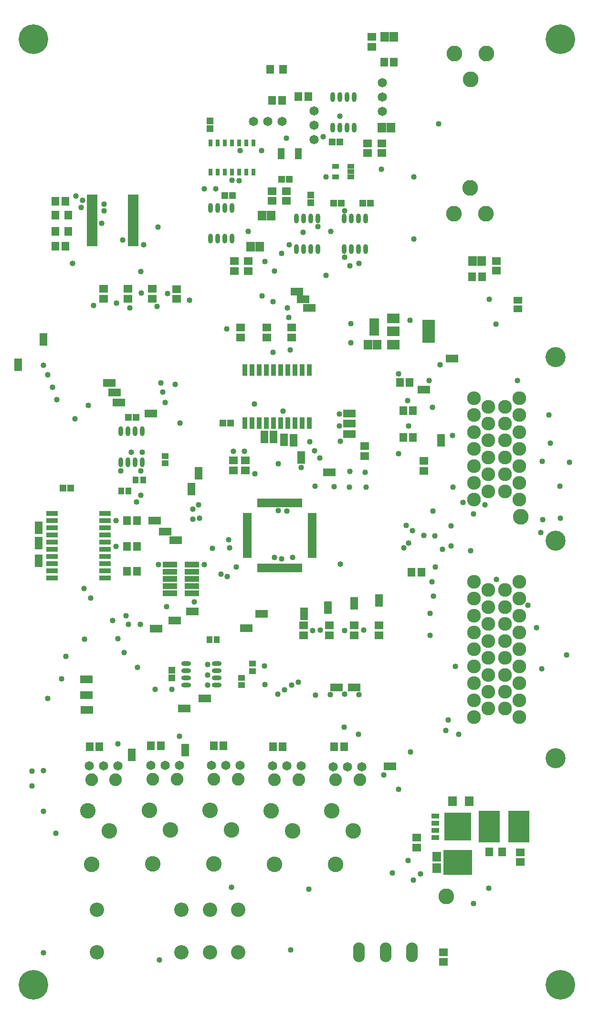
<source format=gts>
G04*
G04 #@! TF.GenerationSoftware,Altium Limited,Altium Designer,18.1.9 (240)*
G04*
G04 Layer_Color=8388736*
%FSLAX25Y25*%
%MOIN*%
G70*
G01*
G75*
%ADD49R,0.20291X0.17339*%
%ADD50R,0.06118X0.06709*%
%ADD51R,0.05528X0.06315*%
%ADD52R,0.09071X0.05528*%
%ADD53R,0.05528X0.09071*%
%ADD54R,0.06315X0.05528*%
%ADD55R,0.05921X0.04740*%
%ADD56R,0.06118X0.06512*%
%ADD57R,0.07890X0.03559*%
%ADD58O,0.06709X0.03362*%
%ADD59R,0.04347X0.04740*%
%ADD60R,0.04740X0.04347*%
%ADD61R,0.04937X0.04543*%
%ADD62R,0.04543X0.04937*%
%ADD63O,0.03362X0.06709*%
%ADD64R,0.07496X0.02929*%
%ADD65R,0.05331X0.06118*%
%ADD66R,0.06315X0.02181*%
%ADD67R,0.02181X0.06315*%
%ADD68R,0.02653X0.04500*%
%ADD69R,0.08874X0.15961*%
%ADD70R,0.08874X0.06906*%
%ADD71R,0.06512X0.06118*%
%ADD72R,0.04543X0.02181*%
%ADD73R,0.04937X0.03362*%
%ADD74R,0.05528X0.03756*%
%ADD75R,0.19110X0.19504*%
%ADD76R,0.06315X0.06709*%
%ADD77R,0.14780X0.22457*%
%ADD78R,0.10449X0.03992*%
%ADD79R,0.03559X0.07890*%
%ADD80C,0.20685*%
%ADD81C,0.11000*%
%ADD82C,0.06512*%
%ADD83C,0.13992*%
%ADD84C,0.09661*%
%ADD85C,0.10055*%
%ADD86C,0.10843*%
%ADD87C,0.08874*%
%ADD88O,0.08087X0.13795*%
%ADD89C,0.04000*%
D49*
X613484Y122835D02*
D03*
D50*
X598890Y118835D02*
D03*
Y126835D02*
D03*
D51*
X572933Y457480D02*
D03*
X579823D02*
D03*
X581102Y325197D02*
D03*
X587992D02*
D03*
X332382Y583858D02*
D03*
X339272D02*
D03*
X332382Y552362D02*
D03*
X339272D02*
D03*
X575295Y437795D02*
D03*
X582185D02*
D03*
X575295Y418898D02*
D03*
X582185D02*
D03*
X382480Y361024D02*
D03*
X389370D02*
D03*
X382480Y342913D02*
D03*
X389370D02*
D03*
X382480Y325590D02*
D03*
X389370D02*
D03*
X483819Y653937D02*
D03*
X490709D02*
D03*
X508957Y656693D02*
D03*
X502067D02*
D03*
X568898Y680709D02*
D03*
X562008D02*
D03*
X623524Y530998D02*
D03*
X630413D02*
D03*
X356299Y203543D02*
D03*
X363189D02*
D03*
X399016Y203937D02*
D03*
X405905D02*
D03*
X443012D02*
D03*
X449902D02*
D03*
X527165Y203543D02*
D03*
X534055D02*
D03*
X484252Y203543D02*
D03*
X491142D02*
D03*
D52*
X609449Y474016D02*
D03*
X589764Y452362D02*
D03*
X537795Y435827D02*
D03*
Y428740D02*
D03*
Y421260D02*
D03*
X427953Y297638D02*
D03*
X354331Y229134D02*
D03*
X354035Y239370D02*
D03*
X415748Y291339D02*
D03*
X353937Y250394D02*
D03*
X402756Y285827D02*
D03*
X401575Y361024D02*
D03*
X409055Y353543D02*
D03*
X416535Y347244D02*
D03*
X540965Y244882D02*
D03*
X528740D02*
D03*
X436614Y237008D02*
D03*
X422441Y229921D02*
D03*
X523622Y394882D02*
D03*
X501181Y520866D02*
D03*
X370079Y457087D02*
D03*
X373622Y450394D02*
D03*
X505512Y515354D02*
D03*
X376772Y443307D02*
D03*
X509842Y509449D02*
D03*
X399213Y435827D02*
D03*
X566142Y189764D02*
D03*
X476526Y296211D02*
D03*
X465748Y286200D02*
D03*
D53*
X601575Y416929D02*
D03*
X320728Y345276D02*
D03*
X320768Y356201D02*
D03*
Y333071D02*
D03*
X492028Y417323D02*
D03*
X558268Y305512D02*
D03*
X540945Y303504D02*
D03*
X522835Y300394D02*
D03*
X505905Y296063D02*
D03*
X306299Y469685D02*
D03*
X423228Y201181D02*
D03*
X478346Y419291D02*
D03*
X385827Y197638D02*
D03*
X484646Y419291D02*
D03*
X498819Y416929D02*
D03*
X324016Y487402D02*
D03*
X503937Y405118D02*
D03*
X432283Y394094D02*
D03*
X427559Y383071D02*
D03*
D54*
X589764Y402658D02*
D03*
Y395768D02*
D03*
X603543Y53248D02*
D03*
Y60138D02*
D03*
X456693Y403051D02*
D03*
Y396161D02*
D03*
X464961Y403051D02*
D03*
Y396161D02*
D03*
X461811Y495571D02*
D03*
Y488681D02*
D03*
X479921Y495571D02*
D03*
Y488681D02*
D03*
X497244Y495571D02*
D03*
Y488681D02*
D03*
X366142Y515846D02*
D03*
Y522736D02*
D03*
X383071Y515846D02*
D03*
Y522736D02*
D03*
X400000Y515846D02*
D03*
Y522736D02*
D03*
X417126Y515650D02*
D03*
Y522539D02*
D03*
X548425Y412992D02*
D03*
Y406102D02*
D03*
X505768Y281201D02*
D03*
Y288090D02*
D03*
X523622Y281201D02*
D03*
Y288090D02*
D03*
X540945Y281201D02*
D03*
Y288090D02*
D03*
X558268D02*
D03*
Y281201D02*
D03*
X553248Y698425D02*
D03*
Y691535D02*
D03*
X640354Y542121D02*
D03*
Y535231D02*
D03*
X560374Y617224D02*
D03*
Y624114D02*
D03*
X550531D02*
D03*
Y617224D02*
D03*
X467185Y542028D02*
D03*
Y535138D02*
D03*
X457342D02*
D03*
Y542028D02*
D03*
X483858Y583957D02*
D03*
Y590846D02*
D03*
X493701D02*
D03*
Y583957D02*
D03*
X657185Y122933D02*
D03*
Y129823D02*
D03*
X584744Y133169D02*
D03*
Y140059D02*
D03*
D55*
X655512Y514831D02*
D03*
Y508728D02*
D03*
D56*
X483071Y573622D02*
D03*
X476772D02*
D03*
X550787Y483681D02*
D03*
X557087D02*
D03*
X568602Y698524D02*
D03*
X562303D02*
D03*
X560374Y635079D02*
D03*
X566673D02*
D03*
X475039Y552185D02*
D03*
X468740D02*
D03*
X630118Y542219D02*
D03*
X623819D02*
D03*
D57*
X330118Y366201D02*
D03*
Y361201D02*
D03*
Y356201D02*
D03*
Y351201D02*
D03*
Y346201D02*
D03*
Y341201D02*
D03*
Y336201D02*
D03*
Y331201D02*
D03*
Y326201D02*
D03*
Y321201D02*
D03*
X366929Y366201D02*
D03*
Y361201D02*
D03*
Y356201D02*
D03*
Y351201D02*
D03*
Y346201D02*
D03*
Y341201D02*
D03*
Y336201D02*
D03*
Y331201D02*
D03*
Y326201D02*
D03*
Y321201D02*
D03*
D58*
X445077Y246437D02*
D03*
Y251437D02*
D03*
Y256437D02*
D03*
Y261437D02*
D03*
X423620Y246437D02*
D03*
Y251437D02*
D03*
Y256437D02*
D03*
Y261437D02*
D03*
D59*
X440059Y277953D02*
D03*
X445177D02*
D03*
X383366Y381693D02*
D03*
X378248D02*
D03*
X393602Y389370D02*
D03*
X388484D02*
D03*
D60*
X470177Y261221D02*
D03*
Y256102D02*
D03*
X462303Y251378D02*
D03*
Y246260D02*
D03*
X409154Y406102D02*
D03*
Y400984D02*
D03*
D61*
X413878Y251279D02*
D03*
Y256594D02*
D03*
X440551Y639665D02*
D03*
Y634350D02*
D03*
X510630Y588091D02*
D03*
Y582776D02*
D03*
D62*
X383268Y433071D02*
D03*
X388583D02*
D03*
X337894Y383661D02*
D03*
X343209D02*
D03*
X449311Y429134D02*
D03*
X454626D02*
D03*
X495571Y599213D02*
D03*
X490256D02*
D03*
X532185Y582283D02*
D03*
X526870D02*
D03*
X456201Y587795D02*
D03*
X450886D02*
D03*
X525689Y625197D02*
D03*
X531004D02*
D03*
X552264Y582283D02*
D03*
X546949D02*
D03*
D63*
X378229Y401772D02*
D03*
X383229D02*
D03*
X388229D02*
D03*
X393229D02*
D03*
X378229Y423228D02*
D03*
X383229D02*
D03*
X388229D02*
D03*
X393229D02*
D03*
X534232Y550295D02*
D03*
X539232D02*
D03*
X544232D02*
D03*
X549232D02*
D03*
X534232Y571752D02*
D03*
X539232D02*
D03*
X544232D02*
D03*
X549232D02*
D03*
X540965Y656398D02*
D03*
X535965D02*
D03*
X530965D02*
D03*
X525965D02*
D03*
X540965Y634941D02*
D03*
X535965D02*
D03*
X530965D02*
D03*
X525965D02*
D03*
X500768Y550295D02*
D03*
X505768D02*
D03*
X510768D02*
D03*
X515768D02*
D03*
X500768Y571752D02*
D03*
X505768D02*
D03*
X510768D02*
D03*
X515768D02*
D03*
X440787Y557677D02*
D03*
X445787D02*
D03*
X450787D02*
D03*
X455787D02*
D03*
X440787Y579134D02*
D03*
X445787D02*
D03*
X450787D02*
D03*
X455787D02*
D03*
D64*
X358169Y587106D02*
D03*
Y584547D02*
D03*
Y581988D02*
D03*
Y579429D02*
D03*
Y576870D02*
D03*
Y574311D02*
D03*
Y571752D02*
D03*
Y569193D02*
D03*
Y566634D02*
D03*
Y564075D02*
D03*
Y561516D02*
D03*
Y558957D02*
D03*
Y556398D02*
D03*
Y553839D02*
D03*
X386713Y587106D02*
D03*
Y584547D02*
D03*
Y581988D02*
D03*
Y579429D02*
D03*
Y576870D02*
D03*
Y574311D02*
D03*
Y571752D02*
D03*
Y569193D02*
D03*
Y566634D02*
D03*
Y564075D02*
D03*
Y561516D02*
D03*
Y558957D02*
D03*
Y556398D02*
D03*
Y553839D02*
D03*
D65*
X341535Y574016D02*
D03*
X332480D02*
D03*
X341535Y562598D02*
D03*
X332480D02*
D03*
X491535Y675591D02*
D03*
X482480D02*
D03*
X644390Y129921D02*
D03*
X635335D02*
D03*
D66*
X466437Y336024D02*
D03*
Y337992D02*
D03*
Y339961D02*
D03*
Y341929D02*
D03*
Y343898D02*
D03*
Y345866D02*
D03*
Y347835D02*
D03*
Y349803D02*
D03*
Y351772D02*
D03*
Y353740D02*
D03*
Y355709D02*
D03*
Y357677D02*
D03*
Y359646D02*
D03*
Y361614D02*
D03*
Y363583D02*
D03*
Y365551D02*
D03*
X511713D02*
D03*
Y363583D02*
D03*
Y361614D02*
D03*
Y359646D02*
D03*
Y357677D02*
D03*
Y355709D02*
D03*
Y353740D02*
D03*
Y351772D02*
D03*
Y349803D02*
D03*
Y347835D02*
D03*
Y345866D02*
D03*
Y343898D02*
D03*
Y341929D02*
D03*
Y339961D02*
D03*
Y337992D02*
D03*
Y336024D02*
D03*
D67*
X474311Y373425D02*
D03*
X476279D02*
D03*
X478248D02*
D03*
X480217D02*
D03*
X482185D02*
D03*
X484154D02*
D03*
X486122D02*
D03*
X488091D02*
D03*
X490059D02*
D03*
X492028D02*
D03*
X493996D02*
D03*
X495965D02*
D03*
X497933D02*
D03*
X499902D02*
D03*
X501870D02*
D03*
X503839D02*
D03*
Y328150D02*
D03*
X501870D02*
D03*
X499902D02*
D03*
X497933D02*
D03*
X495965D02*
D03*
X493996D02*
D03*
X492028D02*
D03*
X490059D02*
D03*
X488091D02*
D03*
X486122D02*
D03*
X484154D02*
D03*
X482185D02*
D03*
X480217D02*
D03*
X478248D02*
D03*
X476279D02*
D03*
X474311D02*
D03*
D68*
X470630Y624409D02*
D03*
X465630D02*
D03*
X460630D02*
D03*
X455630D02*
D03*
X450630D02*
D03*
X445630D02*
D03*
X440630D02*
D03*
X470630Y603937D02*
D03*
X465630D02*
D03*
X460630D02*
D03*
X455630D02*
D03*
X450630D02*
D03*
X445630D02*
D03*
X440630D02*
D03*
D69*
X593110Y492913D02*
D03*
D70*
X568307Y483858D02*
D03*
Y492913D02*
D03*
Y501968D02*
D03*
D71*
X555118Y499213D02*
D03*
Y492913D02*
D03*
D72*
X489961Y619882D02*
D03*
Y617913D02*
D03*
Y615945D02*
D03*
Y613976D02*
D03*
X502165Y619882D02*
D03*
Y617913D02*
D03*
Y615945D02*
D03*
Y613976D02*
D03*
D73*
X538878Y600591D02*
D03*
Y604331D02*
D03*
Y608071D02*
D03*
X528051D02*
D03*
Y600591D02*
D03*
D74*
X597736Y155138D02*
D03*
Y150138D02*
D03*
Y145138D02*
D03*
Y140138D02*
D03*
D75*
X613484Y147638D02*
D03*
D76*
X621260Y165354D02*
D03*
X609646D02*
D03*
D77*
X635433Y147638D02*
D03*
X656102D02*
D03*
D78*
X427756Y310472D02*
D03*
X412402D02*
D03*
X427756Y315472D02*
D03*
X412402D02*
D03*
X427756Y320472D02*
D03*
X412402D02*
D03*
X427756Y325472D02*
D03*
X412402D02*
D03*
X427756Y330472D02*
D03*
X412402D02*
D03*
D79*
X509882Y465945D02*
D03*
X504882D02*
D03*
X499882D02*
D03*
X494882D02*
D03*
X489882D02*
D03*
X484882D02*
D03*
X479882D02*
D03*
X474882D02*
D03*
X469882D02*
D03*
X464882D02*
D03*
X509882Y429134D02*
D03*
X504882D02*
D03*
X499882D02*
D03*
X494882D02*
D03*
X489882D02*
D03*
X484882D02*
D03*
X479882D02*
D03*
X474882D02*
D03*
X469882D02*
D03*
X464882D02*
D03*
D80*
X316929Y37402D02*
D03*
X685039D02*
D03*
Y696850D02*
D03*
X316929D02*
D03*
D81*
X611102Y686614D02*
D03*
X633465D02*
D03*
X622283Y668720D02*
D03*
X633228Y575020D02*
D03*
X610866D02*
D03*
X622047Y592913D02*
D03*
X605512Y99213D02*
D03*
X657480Y363779D02*
D03*
D82*
X490709Y639370D02*
D03*
X480709D02*
D03*
X470709D02*
D03*
X512992Y626614D02*
D03*
Y636614D02*
D03*
Y646614D02*
D03*
X560630Y666299D02*
D03*
Y656299D02*
D03*
Y646299D02*
D03*
X376043Y190157D02*
D03*
X366043D02*
D03*
X356043D02*
D03*
X419153Y190551D02*
D03*
X409154D02*
D03*
X399153D02*
D03*
X461476D02*
D03*
X451476D02*
D03*
X441476D02*
D03*
X503996Y190157D02*
D03*
X493996D02*
D03*
X483996D02*
D03*
X546516Y189370D02*
D03*
X536516D02*
D03*
X526516D02*
D03*
D83*
X681890Y195472D02*
D03*
Y347047D02*
D03*
Y475000D02*
D03*
D84*
X624803Y446457D02*
D03*
Y434646D02*
D03*
Y422835D02*
D03*
Y411024D02*
D03*
Y399213D02*
D03*
Y387402D02*
D03*
Y375590D02*
D03*
X634646Y440551D02*
D03*
Y428740D02*
D03*
Y416929D02*
D03*
Y405118D02*
D03*
Y393307D02*
D03*
Y381496D02*
D03*
X646457Y440551D02*
D03*
Y428740D02*
D03*
Y416929D02*
D03*
Y405118D02*
D03*
Y393307D02*
D03*
Y381496D02*
D03*
X656299Y446457D02*
D03*
Y434646D02*
D03*
Y422835D02*
D03*
Y411024D02*
D03*
Y399213D02*
D03*
Y387402D02*
D03*
Y375590D02*
D03*
Y224016D02*
D03*
Y235827D02*
D03*
Y247638D02*
D03*
Y259449D02*
D03*
Y271260D02*
D03*
Y283071D02*
D03*
Y294882D02*
D03*
Y306693D02*
D03*
Y318504D02*
D03*
X646457Y229921D02*
D03*
Y241732D02*
D03*
Y253543D02*
D03*
Y265354D02*
D03*
Y277165D02*
D03*
Y288976D02*
D03*
Y300787D02*
D03*
Y312598D02*
D03*
X634646Y229921D02*
D03*
Y241732D02*
D03*
Y253543D02*
D03*
Y265354D02*
D03*
Y277165D02*
D03*
Y288976D02*
D03*
Y300787D02*
D03*
Y312598D02*
D03*
X624803Y224016D02*
D03*
Y235827D02*
D03*
Y247638D02*
D03*
Y259449D02*
D03*
Y271260D02*
D03*
Y283071D02*
D03*
Y294882D02*
D03*
Y306693D02*
D03*
Y318504D02*
D03*
D85*
X361500Y89567D02*
D03*
Y60039D02*
D03*
X440240D02*
D03*
X420555D02*
D03*
X440240Y89567D02*
D03*
X420555D02*
D03*
X459925Y60039D02*
D03*
Y89567D02*
D03*
D86*
X528051Y121260D02*
D03*
X525492Y158661D02*
D03*
X540453Y144882D02*
D03*
X485532Y121260D02*
D03*
X482972Y158661D02*
D03*
X497933Y144882D02*
D03*
X443012Y121653D02*
D03*
X440453Y159055D02*
D03*
X455413Y145276D02*
D03*
X400492Y121653D02*
D03*
X397933Y159055D02*
D03*
X412894Y145276D02*
D03*
X357579Y121260D02*
D03*
X355020Y158661D02*
D03*
X369980Y144882D02*
D03*
D87*
X544980Y180315D02*
D03*
X528051D02*
D03*
X502461D02*
D03*
X485532D02*
D03*
X459941Y180709D02*
D03*
X443012D02*
D03*
X417421D02*
D03*
X400492D02*
D03*
X374508Y180315D02*
D03*
X357579D02*
D03*
D88*
X581496Y60039D02*
D03*
X562992D02*
D03*
X544488D02*
D03*
D89*
X572025Y463386D02*
D03*
X579921Y500787D02*
D03*
X495669Y553543D02*
D03*
X478740Y541732D02*
D03*
X538189Y538583D02*
D03*
X521260Y531890D02*
D03*
X531496Y416535D02*
D03*
X530709Y427165D02*
D03*
Y435433D02*
D03*
X316142Y186221D02*
D03*
X381890Y294882D02*
D03*
X497244Y246260D02*
D03*
X501968Y248425D02*
D03*
X492520Y242913D02*
D03*
X512077Y284508D02*
D03*
X409154Y443307D02*
D03*
X407480Y450787D02*
D03*
X419291Y429134D02*
D03*
X405905Y457087D02*
D03*
X419153Y210630D02*
D03*
X503937Y398031D02*
D03*
X324016Y158501D02*
D03*
X316142Y175984D02*
D03*
X324016Y186614D02*
D03*
X327165Y237008D02*
D03*
X330315Y453937D02*
D03*
X333465Y445276D02*
D03*
X491339Y437402D02*
D03*
X635335Y515354D02*
D03*
X610138Y384390D02*
D03*
X632283Y372047D02*
D03*
X624409Y365748D02*
D03*
X616929Y373622D02*
D03*
X677953Y414961D02*
D03*
X691339Y401575D02*
D03*
X684646Y385039D02*
D03*
X601181Y469685D02*
D03*
X611811Y259449D02*
D03*
X672047Y257874D02*
D03*
X689370Y267323D02*
D03*
X662303Y301969D02*
D03*
X609685Y420472D02*
D03*
X640551Y320079D02*
D03*
X476378Y618898D02*
D03*
X622441Y340158D02*
D03*
X577559Y357874D02*
D03*
X514173Y239370D02*
D03*
X478740Y246850D02*
D03*
X383268Y288583D02*
D03*
X671260Y352756D02*
D03*
X685039Y362598D02*
D03*
X432283Y372047D02*
D03*
X433070Y362598D02*
D03*
X488091Y368012D02*
D03*
X388976Y374016D02*
D03*
X339763Y266535D02*
D03*
X336643Y250787D02*
D03*
X366535Y577165D02*
D03*
Y581791D02*
D03*
X351378Y584252D02*
D03*
X346850Y587499D02*
D03*
X324016Y59842D02*
D03*
X624409Y94095D02*
D03*
X635039Y104724D02*
D03*
X578740Y124016D02*
D03*
X582283Y110236D02*
D03*
X496850Y61811D02*
D03*
X332677Y142913D02*
D03*
X405118Y54724D02*
D03*
X455413Y105512D02*
D03*
X509449Y103937D02*
D03*
X567717Y115354D02*
D03*
X587402Y114567D02*
D03*
X375197Y512598D02*
D03*
X346063Y431890D02*
D03*
X355512Y441339D02*
D03*
X344488Y540551D02*
D03*
X403937Y565748D02*
D03*
X404331Y330512D02*
D03*
X593504Y458661D02*
D03*
X655118D02*
D03*
X596457Y308268D02*
D03*
X594095Y296457D02*
D03*
Y281102D02*
D03*
X403543Y510236D02*
D03*
X392126Y534646D02*
D03*
X495276Y502756D02*
D03*
X496457Y479921D02*
D03*
X677165Y434646D02*
D03*
X672441Y402362D02*
D03*
X672835Y361811D02*
D03*
X668504Y286221D02*
D03*
X324016Y469291D02*
D03*
X494488Y509449D02*
D03*
X484252Y513779D02*
D03*
X471654Y393701D02*
D03*
X582677Y600591D02*
D03*
Y557300D02*
D03*
X524803Y562732D02*
D03*
X493701Y627651D02*
D03*
X519291Y628721D02*
D03*
X572025Y173622D02*
D03*
X561811Y183836D02*
D03*
X374705Y342903D02*
D03*
X352362Y313779D02*
D03*
X374705Y361024D02*
D03*
X538878Y484917D02*
D03*
X538583Y498425D02*
D03*
X425934Y514567D02*
D03*
X364745Y568504D02*
D03*
X498032Y335546D02*
D03*
X380315Y268898D02*
D03*
X376181Y278740D02*
D03*
X391732Y288583D02*
D03*
X389764Y258661D02*
D03*
X494095Y367815D02*
D03*
X608661Y357480D02*
D03*
Y343307D02*
D03*
X484252Y478346D02*
D03*
X451968Y494882D02*
D03*
X429528Y304331D02*
D03*
X595276Y318504D02*
D03*
X597638Y328740D02*
D03*
X531496Y330709D02*
D03*
X488091Y400689D02*
D03*
X401968Y243307D02*
D03*
X442126Y341732D02*
D03*
X357087Y307087D02*
D03*
X490551Y547244D02*
D03*
X436279Y592461D02*
D03*
X600000Y637795D02*
D03*
X544488Y540551D02*
D03*
X549390Y384252D02*
D03*
X537795D02*
D03*
X527165Y384646D02*
D03*
X513779Y385039D02*
D03*
X548819Y394882D02*
D03*
X538189Y395276D02*
D03*
X487795Y240158D02*
D03*
X544390Y239606D02*
D03*
X534390Y240158D02*
D03*
X524409Y239764D02*
D03*
X595669Y440158D02*
D03*
X605118Y214567D02*
D03*
X580315Y199803D02*
D03*
X572185Y407618D02*
D03*
X471260Y442520D02*
D03*
X579134Y345276D02*
D03*
X394094Y553543D02*
D03*
X372441Y291339D02*
D03*
X352756Y278346D02*
D03*
X606693Y222047D02*
D03*
X416142Y455905D02*
D03*
X544232Y212205D02*
D03*
X376181Y205512D02*
D03*
X327165Y462598D02*
D03*
X614173Y212205D02*
D03*
X534232Y216929D02*
D03*
X640158Y498032D02*
D03*
X476772Y517717D02*
D03*
X413779Y243307D02*
D03*
X464567Y409547D02*
D03*
X456693D02*
D03*
X444488Y592520D02*
D03*
X485433Y535138D02*
D03*
X410236Y301181D02*
D03*
X350394Y579528D02*
D03*
X490551Y334252D02*
D03*
X485532Y335433D02*
D03*
X513386Y409842D02*
D03*
X516929Y404724D02*
D03*
X510236Y416142D02*
D03*
X428346Y368898D02*
D03*
Y362205D02*
D03*
X385433Y408661D02*
D03*
X393110D02*
D03*
X392126Y378740D02*
D03*
X378229Y395669D02*
D03*
X392126D02*
D03*
X453937Y341929D02*
D03*
X452362Y322047D02*
D03*
X458661Y328740D02*
D03*
X453346Y347835D02*
D03*
X448032Y323622D02*
D03*
X438583Y246457D02*
D03*
X478346Y259842D02*
D03*
X438583Y260630D02*
D03*
Y253543D02*
D03*
X534390Y544882D02*
D03*
X466929Y562598D02*
D03*
X534252Y577165D02*
D03*
X560236Y605905D02*
D03*
X521457Y600591D02*
D03*
X515748Y566142D02*
D03*
X505512Y562205D02*
D03*
X461476Y618898D02*
D03*
X460630Y598032D02*
D03*
X455630Y598307D02*
D03*
X531102Y642913D02*
D03*
X359055Y511024D02*
D03*
X384252Y509449D02*
D03*
X392520Y519685D02*
D03*
X410630Y519291D02*
D03*
X436339Y330512D02*
D03*
X578346Y444882D02*
D03*
X579134Y427165D02*
D03*
X547638Y284843D02*
D03*
X534390Y284508D02*
D03*
X517323Y284646D02*
D03*
X575591Y342126D02*
D03*
X581890Y353937D02*
D03*
X589764Y350787D02*
D03*
X596063Y367717D02*
D03*
X597244Y350394D02*
D03*
X602756Y340945D02*
D03*
X379528Y556693D02*
D03*
M02*

</source>
